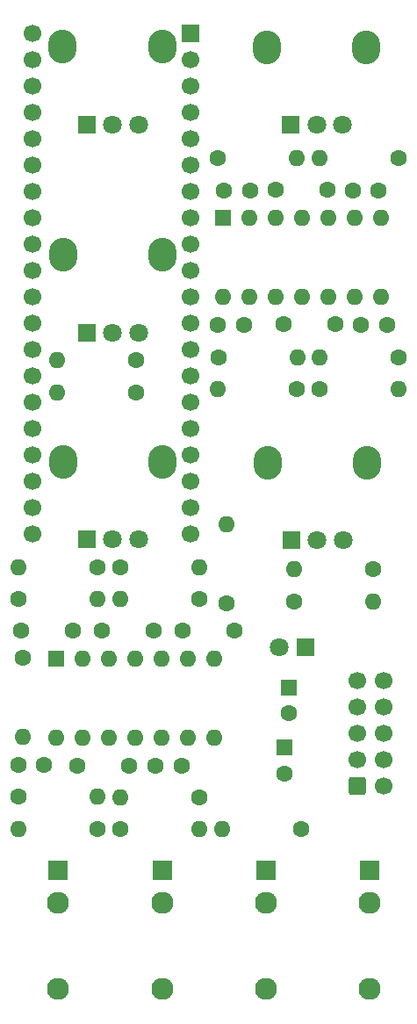
<source format=gbr>
%TF.GenerationSoftware,KiCad,Pcbnew,6.0.10+dfsg-1~bpo11+1*%
%TF.CreationDate,2023-02-09T22:21:13+08:00*%
%TF.ProjectId,MiniVerb v1.1 - Main,4d696e69-5665-4726-9220-76312e31202d,rev?*%
%TF.SameCoordinates,Original*%
%TF.FileFunction,Soldermask,Bot*%
%TF.FilePolarity,Negative*%
%FSLAX46Y46*%
G04 Gerber Fmt 4.6, Leading zero omitted, Abs format (unit mm)*
G04 Created by KiCad (PCBNEW 6.0.10+dfsg-1~bpo11+1) date 2023-02-09 22:21:13*
%MOMM*%
%LPD*%
G01*
G04 APERTURE LIST*
G04 Aperture macros list*
%AMRoundRect*
0 Rectangle with rounded corners*
0 $1 Rounding radius*
0 $2 $3 $4 $5 $6 $7 $8 $9 X,Y pos of 4 corners*
0 Add a 4 corners polygon primitive as box body*
4,1,4,$2,$3,$4,$5,$6,$7,$8,$9,$2,$3,0*
0 Add four circle primitives for the rounded corners*
1,1,$1+$1,$2,$3*
1,1,$1+$1,$4,$5*
1,1,$1+$1,$6,$7*
1,1,$1+$1,$8,$9*
0 Add four rect primitives between the rounded corners*
20,1,$1+$1,$2,$3,$4,$5,0*
20,1,$1+$1,$4,$5,$6,$7,0*
20,1,$1+$1,$6,$7,$8,$9,0*
20,1,$1+$1,$8,$9,$2,$3,0*%
G04 Aperture macros list end*
%ADD10R,1.930000X1.830000*%
%ADD11C,2.130000*%
%ADD12O,2.720000X3.240000*%
%ADD13R,1.800000X1.800000*%
%ADD14C,1.800000*%
%ADD15C,1.600000*%
%ADD16O,1.600000X1.600000*%
%ADD17R,1.600000X1.600000*%
%ADD18RoundRect,0.250000X-0.600000X-0.600000X0.600000X-0.600000X0.600000X0.600000X-0.600000X0.600000X0*%
%ADD19C,1.700000*%
%ADD20R,1.700000X1.700000*%
G04 APERTURE END LIST*
D10*
%TO.C,AUDIO_OUT1*%
X99995000Y-135414000D03*
D11*
X99995000Y-146814000D03*
X99995000Y-138514000D03*
%TD*%
D12*
%TO.C,POT_FBK1*%
X80400000Y-76075000D03*
X90000000Y-76075000D03*
D13*
X82700000Y-83575000D03*
D14*
X85200000Y-83575000D03*
X87700000Y-83575000D03*
%TD*%
D12*
%TO.C,POT_DRY1*%
X89975000Y-56025000D03*
X80375000Y-56025000D03*
D13*
X82675000Y-63525000D03*
D14*
X85175000Y-63525000D03*
X87675000Y-63525000D03*
%TD*%
D15*
%TO.C,R1*%
X87485000Y-86250000D03*
D16*
X79865000Y-86250000D03*
%TD*%
D10*
%TO.C,AUDIO_IN2*%
X89971000Y-135414000D03*
D11*
X89971000Y-146814000D03*
X89971000Y-138514000D03*
%TD*%
D10*
%TO.C,AUDIO_IN1*%
X79945000Y-135414000D03*
D11*
X79945000Y-146814000D03*
X79945000Y-138514000D03*
%TD*%
D12*
%TO.C,POT_WET1*%
X100075000Y-56050000D03*
X109675000Y-56050000D03*
D13*
X102375000Y-63550000D03*
D14*
X104875000Y-63550000D03*
X107375000Y-63550000D03*
%TD*%
D12*
%TO.C,POT_LPF1*%
X90000000Y-96025000D03*
X80400000Y-96025000D03*
D13*
X82700000Y-103525000D03*
D14*
X85200000Y-103525000D03*
X87700000Y-103525000D03*
%TD*%
D10*
%TO.C,AUDIO_OUT2*%
X109995000Y-135420000D03*
D11*
X109995000Y-146820000D03*
X109995000Y-138520000D03*
%TD*%
D12*
%TO.C,POT_MOD1*%
X100125000Y-96096088D03*
X109725000Y-96096088D03*
D13*
X102425000Y-103596088D03*
D14*
X104925000Y-103596088D03*
X107425000Y-103596088D03*
%TD*%
D15*
%TO.C,R16*%
X87485000Y-89350000D03*
D16*
X79865000Y-89350000D03*
%TD*%
D13*
%TO.C,D1*%
X103775000Y-113900000D03*
D14*
X101235000Y-113900000D03*
%TD*%
D15*
%TO.C,R3*%
X95325000Y-66795000D03*
D16*
X102945000Y-66795000D03*
%TD*%
D15*
%TO.C,C3*%
X76395000Y-112320000D03*
X81395000Y-112320000D03*
%TD*%
%TO.C,R14*%
X93535000Y-109270000D03*
D16*
X85915000Y-109270000D03*
%TD*%
D17*
%TO.C,U1*%
X79711088Y-114984903D03*
D16*
X82251088Y-114984903D03*
X84791088Y-114984903D03*
X87331088Y-114984903D03*
X89871088Y-114984903D03*
X92411088Y-114984903D03*
X94951088Y-114984903D03*
X94951088Y-122604903D03*
X92411088Y-122604903D03*
X89871088Y-122604903D03*
X87331088Y-122604903D03*
X84791088Y-122604903D03*
X82251088Y-122604903D03*
X79711088Y-122604903D03*
%TD*%
D15*
%TO.C,C14*%
X106675000Y-82780000D03*
X101675000Y-82780000D03*
%TD*%
%TO.C,R6*%
X102985000Y-89050000D03*
D16*
X95365000Y-89050000D03*
%TD*%
D15*
%TO.C,C5*%
X91836088Y-125324903D03*
X89336088Y-125324903D03*
%TD*%
%TO.C,R5*%
X76561088Y-114924903D03*
D16*
X76561088Y-122544903D03*
%TD*%
D15*
%TO.C,R12*%
X93511088Y-128374903D03*
D16*
X85891088Y-128374903D03*
%TD*%
D15*
%TO.C,R8*%
X95375000Y-85950000D03*
D16*
X102995000Y-85950000D03*
%TD*%
D15*
%TO.C,C8*%
X111625000Y-82800000D03*
X109125000Y-82800000D03*
%TD*%
%TO.C,R10*%
X83745000Y-106180000D03*
D16*
X76125000Y-106180000D03*
%TD*%
D15*
%TO.C,C2*%
X76086088Y-125274903D03*
X78586088Y-125274903D03*
%TD*%
%TO.C,R13*%
X96175000Y-109710000D03*
D16*
X96175000Y-102090000D03*
%TD*%
D15*
%TO.C,R15*%
X85915000Y-106200000D03*
D16*
X93535000Y-106200000D03*
%TD*%
D15*
%TO.C,R4*%
X76116088Y-128349903D03*
D16*
X83736088Y-128349903D03*
%TD*%
D15*
%TO.C,R7*%
X76115000Y-109260000D03*
D16*
X83735000Y-109260000D03*
%TD*%
D15*
%TO.C,R9*%
X103385000Y-131400000D03*
D16*
X95765000Y-131400000D03*
%TD*%
D17*
%TO.C,C9*%
X102175000Y-117794888D03*
D15*
X102175000Y-120294888D03*
%TD*%
%TO.C,R21*%
X102665000Y-109500000D03*
D16*
X110285000Y-109500000D03*
%TD*%
D15*
%TO.C,R19*%
X112785000Y-85950000D03*
D16*
X105165000Y-85950000D03*
%TD*%
D15*
%TO.C,C6*%
X96925000Y-112330000D03*
X91925000Y-112330000D03*
%TD*%
%TO.C,R17*%
X112735000Y-66795000D03*
D16*
X105115000Y-66795000D03*
%TD*%
D15*
%TO.C,R11*%
X85901088Y-131399903D03*
D16*
X93521088Y-131399903D03*
%TD*%
D15*
%TO.C,R20*%
X110285000Y-106350000D03*
D16*
X102665000Y-106350000D03*
%TD*%
D17*
%TO.C,C10*%
X101759000Y-123600000D03*
D15*
X101759000Y-126100000D03*
%TD*%
%TO.C,C13*%
X100875000Y-69800000D03*
X105875000Y-69800000D03*
%TD*%
D17*
%TO.C,U2*%
X95875000Y-72500000D03*
D16*
X98415000Y-72500000D03*
X100955000Y-72500000D03*
X103495000Y-72500000D03*
X106035000Y-72500000D03*
X108575000Y-72500000D03*
X111115000Y-72500000D03*
X111115000Y-80120000D03*
X108575000Y-80120000D03*
X106035000Y-80120000D03*
X103495000Y-80120000D03*
X100955000Y-80120000D03*
X98415000Y-80120000D03*
X95875000Y-80120000D03*
%TD*%
D18*
%TO.C,J1*%
X108747500Y-127255000D03*
D19*
X111287500Y-127255000D03*
X108747500Y-124715000D03*
X111287500Y-124715000D03*
X108747500Y-122175000D03*
X111287500Y-122175000D03*
X108747500Y-119635000D03*
X111287500Y-119635000D03*
X108747500Y-117095000D03*
X111287500Y-117095000D03*
%TD*%
D15*
%TO.C,C11*%
X89155000Y-112340000D03*
X84155000Y-112340000D03*
%TD*%
%TO.C,C4*%
X95355000Y-82810000D03*
X97855000Y-82810000D03*
%TD*%
%TO.C,C12*%
X81786088Y-125324903D03*
X86786088Y-125324903D03*
%TD*%
%TO.C,C7*%
X110825000Y-69850000D03*
X108325000Y-69850000D03*
%TD*%
D20*
%TO.C,A1*%
X92702500Y-54700000D03*
D19*
X92702500Y-57240000D03*
X92702500Y-59780000D03*
X92702500Y-62320000D03*
X92702500Y-64860000D03*
X92702500Y-67400000D03*
X92702500Y-69940000D03*
X92702500Y-72480000D03*
X92702500Y-75020000D03*
X92702500Y-77560000D03*
X92702500Y-80100000D03*
X92702500Y-82640000D03*
X92702500Y-85180000D03*
X92702500Y-87720000D03*
X92702500Y-90260000D03*
X92702500Y-92800000D03*
X92702500Y-95340000D03*
X92702500Y-97880000D03*
X92702500Y-100420000D03*
X92702500Y-102960000D03*
X77462500Y-102960000D03*
X77462500Y-100420000D03*
X77462500Y-97880000D03*
X77462500Y-95340000D03*
X77462500Y-92800000D03*
X77462500Y-90260000D03*
X77462500Y-87720000D03*
X77462500Y-85180000D03*
X77462500Y-82640000D03*
X77462500Y-80100000D03*
X77462500Y-77560000D03*
X77462500Y-75020000D03*
X77462500Y-72480000D03*
X77462500Y-69940000D03*
X77462500Y-67400000D03*
X77462500Y-64860000D03*
X77462500Y-62320000D03*
X77462500Y-59780000D03*
X77462500Y-57240000D03*
X77462500Y-54700000D03*
%TD*%
D15*
%TO.C,R18*%
X105165000Y-89050000D03*
D16*
X112785000Y-89050000D03*
%TD*%
D15*
%TO.C,R2*%
X83746088Y-131399903D03*
D16*
X76126088Y-131399903D03*
%TD*%
D15*
%TO.C,C1*%
X95925000Y-69850000D03*
X98425000Y-69850000D03*
%TD*%
M02*

</source>
